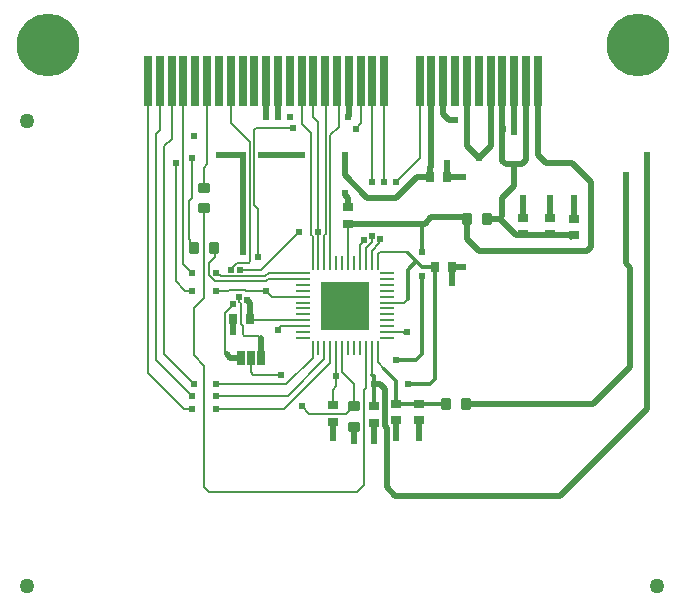
<source format=gtl>
G04*
G04 #@! TF.GenerationSoftware,Altium Limited,Altium Designer,22.9.1 (49)*
G04*
G04 Layer_Physical_Order=1*
G04 Layer_Color=255*
%FSLAX25Y25*%
%MOIN*%
G70*
G04*
G04 #@! TF.SameCoordinates,F39438FC-3B75-4A19-992D-F472731E60C8*
G04*
G04*
G04 #@! TF.FilePolarity,Positive*
G04*
G01*
G75*
%ADD16C,0.01200*%
%ADD17C,0.00800*%
G04:AMPARAMS|DCode=19|XSize=39.37mil|YSize=35.43mil|CornerRadius=4.43mil|HoleSize=0mil|Usage=FLASHONLY|Rotation=270.000|XOffset=0mil|YOffset=0mil|HoleType=Round|Shape=RoundedRectangle|*
%AMROUNDEDRECTD19*
21,1,0.03937,0.02657,0,0,270.0*
21,1,0.03051,0.03543,0,0,270.0*
1,1,0.00886,-0.01329,-0.01526*
1,1,0.00886,-0.01329,0.01526*
1,1,0.00886,0.01329,0.01526*
1,1,0.00886,0.01329,-0.01526*
%
%ADD19ROUNDEDRECTD19*%
%ADD20R,0.02500X0.05000*%
%ADD21O,0.00984X0.04724*%
G04:AMPARAMS|DCode=22|XSize=39.37mil|YSize=35.43mil|CornerRadius=4.43mil|HoleSize=0mil|Usage=FLASHONLY|Rotation=0.000|XOffset=0mil|YOffset=0mil|HoleType=Round|Shape=RoundedRectangle|*
%AMROUNDEDRECTD22*
21,1,0.03937,0.02657,0,0,0.0*
21,1,0.03051,0.03543,0,0,0.0*
1,1,0.00886,0.01526,-0.01329*
1,1,0.00886,-0.01526,-0.01329*
1,1,0.00886,-0.01526,0.01329*
1,1,0.00886,0.01526,0.01329*
%
%ADD22ROUNDEDRECTD22*%
%ADD23O,0.04724X0.00984*%
%ADD24R,0.16142X0.16142*%
%ADD25R,0.03740X0.02953*%
%ADD26R,0.02953X0.03740*%
%ADD42C,0.02400*%
%ADD44C,0.05000*%
%ADD45R,0.02756X0.16535*%
%ADD46R,0.02756X0.16535*%
%ADD47C,0.00600*%
%ADD48C,0.02000*%
%ADD49C,0.20866*%
%ADD50C,0.01400*%
D16*
X449772Y318228D02*
X451500Y316500D01*
X447000Y321000D02*
X449772Y318228D01*
X447000Y305665D02*
Y315457D01*
X449772Y318228D01*
X451500Y287228D02*
Y313500D01*
X456004Y279138D02*
Y316500D01*
X454166Y277301D02*
X456004Y279138D01*
X449772Y285500D02*
X451500Y287228D01*
Y321500D02*
Y330130D01*
X450886Y330744D02*
X451500Y330130D01*
X443000Y285500D02*
X449772D01*
X435719Y277301D02*
Y279918D01*
Y269973D02*
Y277301D01*
X447000D02*
X454166D01*
X450500Y270756D02*
X459654D01*
X443000D02*
X450500D01*
X439000Y282500D02*
X443000Y278500D01*
Y270756D02*
Y278500D01*
X435138Y280500D02*
X435719Y279918D01*
X451500Y316500D02*
X456004D01*
D17*
X379000Y306017D02*
Y336141D01*
X380526Y335175D01*
X375499Y287001D02*
Y302516D01*
X379000Y306017D01*
X375499Y287001D02*
X379000Y283500D01*
X387900Y315609D02*
X390047Y317757D01*
X387900Y315457D02*
Y315609D01*
X390047Y317757D02*
X393987D01*
X417142Y317575D02*
Y364646D01*
X394456Y318225D02*
Y336209D01*
X393987Y317757D02*
X394456Y318225D01*
X395415Y280500D02*
X404752D01*
X394677Y281238D02*
X395415Y280500D01*
X379000Y243000D02*
Y283500D01*
X419504Y327251D02*
Y378340D01*
X419110Y326857D02*
X419504Y327251D01*
X414700Y327047D02*
Y360922D01*
X419110Y317575D02*
Y326857D01*
X414700Y327047D02*
X415173Y326574D01*
Y317575D02*
Y326574D01*
X411516Y364106D02*
X414700Y360922D01*
X394611Y286163D02*
X394677Y286097D01*
Y281238D02*
Y286097D01*
X394256Y336409D02*
Y357880D01*
Y336409D02*
X394456Y336209D01*
X387894Y364243D02*
X394256Y357880D01*
X387894Y364243D02*
Y378454D01*
X428953Y269847D02*
Y277301D01*
X425016Y281238D02*
X428953Y277301D01*
X425016Y281238D02*
Y289425D01*
X394677Y298579D02*
X411925D01*
X440075Y304484D02*
X445819D01*
X447000Y305665D01*
X423047Y279918D02*
Y289425D01*
Y276547D02*
Y279918D01*
X380020Y350520D02*
Y378454D01*
X379000Y349500D02*
X380020Y350520D01*
X435138Y344772D02*
Y378454D01*
X439000Y344772D02*
Y378380D01*
X439075Y378454D01*
X450886Y352657D02*
Y378454D01*
X443000Y344772D02*
X450886Y352657D01*
X364272Y362089D02*
Y378454D01*
X363000Y360817D02*
X364272Y362089D01*
X363000Y285500D02*
Y360817D01*
X365772Y356720D02*
X368209Y359157D01*
Y378454D01*
X365772Y287228D02*
Y356720D01*
Y287228D02*
X375500Y277500D01*
X363000Y285500D02*
X375000Y273500D01*
X360335Y281084D02*
X372418Y269000D01*
X360335Y281084D02*
Y378454D01*
X369500Y311721D02*
Y350847D01*
Y311721D02*
X372800Y308421D01*
X375000D01*
X372146Y317492D02*
Y378454D01*
Y317492D02*
X375138Y314500D01*
X379000Y243000D02*
X380500Y241500D01*
X411516Y364106D02*
Y378454D01*
X415453Y366335D02*
Y378454D01*
Y366335D02*
X417142Y364646D01*
X419390Y378454D02*
X419504Y378340D01*
X421079Y360244D02*
X423835Y363000D01*
X421079Y317575D02*
Y360244D01*
X423835Y363000D02*
Y377946D01*
X423327Y378454D02*
X423835Y377946D01*
X379000Y342834D02*
Y349500D01*
X372418Y269000D02*
X375000D01*
X380500Y241500D02*
X430000D01*
X432278Y243778D01*
Y275500D01*
X432890Y276112D02*
Y289425D01*
X432278Y275500D02*
X432890Y276112D01*
X436827Y284673D02*
Y289425D01*
Y284673D02*
X439000Y282500D01*
X434858Y280780D02*
Y289425D01*
Y280780D02*
X435138Y280500D01*
X445598Y294402D02*
X446260D01*
X445358Y294642D02*
X445598Y294402D01*
X446260D02*
X446500Y294642D01*
X440075D02*
X445358D01*
X404752Y296610D02*
X411925D01*
X403642Y295500D02*
X404752Y296610D01*
X422000Y270256D02*
Y275500D01*
X423047Y276547D01*
X436827Y317575D02*
Y320827D01*
X437500Y321500D02*
X446500D01*
X436827Y320827D02*
X437500Y321500D01*
X426984Y317575D02*
Y330728D01*
X446500Y321500D02*
X447000Y321000D01*
X426984Y330728D02*
X427000Y330744D01*
D19*
X375654Y322669D02*
D03*
X382347D02*
D03*
X466347Y270756D02*
D03*
X459654D02*
D03*
X466653Y332500D02*
D03*
X473347D02*
D03*
D20*
X391368Y286163D02*
D03*
X394611D02*
D03*
X397856D02*
D03*
D21*
X425016Y289425D02*
D03*
X436827Y317575D02*
D03*
X434858D02*
D03*
X432890D02*
D03*
X430921D02*
D03*
X428953D02*
D03*
X426984D02*
D03*
X425016D02*
D03*
X423047D02*
D03*
X421079D02*
D03*
X419110D02*
D03*
X417142D02*
D03*
X415173D02*
D03*
Y289425D02*
D03*
X417142D02*
D03*
X419110D02*
D03*
X421079D02*
D03*
X423047D02*
D03*
X426984D02*
D03*
X428953D02*
D03*
X430921D02*
D03*
X432890D02*
D03*
X434858D02*
D03*
X436827D02*
D03*
D22*
X428953Y269847D02*
D03*
X379000Y342834D02*
D03*
Y336141D02*
D03*
X428953Y263154D02*
D03*
D23*
X440075Y292673D02*
D03*
Y294642D02*
D03*
Y296610D02*
D03*
Y298579D02*
D03*
Y300547D02*
D03*
Y302516D02*
D03*
Y304484D02*
D03*
Y306453D02*
D03*
Y308421D02*
D03*
Y310390D02*
D03*
Y312358D02*
D03*
Y314327D02*
D03*
X411925D02*
D03*
Y312358D02*
D03*
Y310390D02*
D03*
Y308421D02*
D03*
Y306453D02*
D03*
Y304484D02*
D03*
Y302516D02*
D03*
Y300547D02*
D03*
Y298579D02*
D03*
Y296610D02*
D03*
Y294642D02*
D03*
Y292673D02*
D03*
D24*
X426000Y303500D02*
D03*
D25*
X502319Y332500D02*
D03*
Y326988D02*
D03*
X494319Y332756D02*
D03*
Y327244D02*
D03*
X485319Y332756D02*
D03*
Y327244D02*
D03*
X450500Y265244D02*
D03*
Y270756D02*
D03*
X443000Y265244D02*
D03*
Y270756D02*
D03*
X427000Y330744D02*
D03*
Y336256D02*
D03*
X422000Y270256D02*
D03*
Y264744D02*
D03*
X435719Y264462D02*
D03*
Y269973D02*
D03*
D26*
X454365Y346296D02*
D03*
X459877D02*
D03*
X461516Y316500D02*
D03*
X456004D02*
D03*
X388744Y299000D02*
D03*
X394256D02*
D03*
D42*
X375000Y352815D02*
D03*
X383000Y308421D02*
D03*
Y314500D02*
D03*
X419504Y309996D02*
D03*
X423835D02*
D03*
X428165D02*
D03*
X432496D02*
D03*
X419504Y305665D02*
D03*
X423835D02*
D03*
X428165D02*
D03*
X432496D02*
D03*
X419504Y301335D02*
D03*
X423835D02*
D03*
X428165D02*
D03*
X432496D02*
D03*
X419504Y297004D02*
D03*
X423835D02*
D03*
X428165D02*
D03*
X432496D02*
D03*
X461516Y311000D02*
D03*
X459877Y350847D02*
D03*
X443000Y259500D02*
D03*
X435719Y258500D02*
D03*
X428953Y258488D02*
D03*
X422000Y259500D02*
D03*
X482304Y361500D02*
D03*
X450500Y259500D02*
D03*
X478500Y362500D02*
D03*
X427000Y366335D02*
D03*
X454823Y356000D02*
D03*
X526500Y353744D02*
D03*
X470571Y352815D02*
D03*
X408500Y362508D02*
D03*
X411516Y353744D02*
D03*
X443000Y285500D02*
D03*
X426000Y353744D02*
D03*
X429500Y362500D02*
D03*
X375000Y308421D02*
D03*
X403642Y366335D02*
D03*
X443000Y344772D02*
D03*
X399500Y366335D02*
D03*
X451500Y321500D02*
D03*
X407500Y366500D02*
D03*
X369500Y350847D02*
D03*
X435138Y344772D02*
D03*
X439000D02*
D03*
X375499Y360000D02*
D03*
X432278Y325168D02*
D03*
X435719Y277301D02*
D03*
X403642Y295500D02*
D03*
X446500Y294642D02*
D03*
X375138Y314500D02*
D03*
X462500Y365500D02*
D03*
X502319Y339500D02*
D03*
X465362Y346296D02*
D03*
X447000Y277301D02*
D03*
X494319Y339500D02*
D03*
X383000Y277301D02*
D03*
X465362Y316500D02*
D03*
X451500Y313500D02*
D03*
X375000Y269000D02*
D03*
X375500Y277500D02*
D03*
X399500Y308500D02*
D03*
X392156Y321500D02*
D03*
X383000Y273500D02*
D03*
Y268862D02*
D03*
X423047Y279918D02*
D03*
X397856Y353744D02*
D03*
X391956D02*
D03*
X383957D02*
D03*
X519500Y346859D02*
D03*
X426000Y341000D02*
D03*
X437820Y325635D02*
D03*
X434934Y326766D02*
D03*
X485319Y339500D02*
D03*
X375000Y273500D02*
D03*
X388744Y294642D02*
D03*
X393374Y305291D02*
D03*
X396910Y319522D02*
D03*
X387900Y315457D02*
D03*
X391000D02*
D03*
X390500Y306453D02*
D03*
X410500Y328000D02*
D03*
X388720Y303915D02*
D03*
X417000Y328000D02*
D03*
X404752Y280500D02*
D03*
X411516Y269847D02*
D03*
D44*
X320000Y210000D02*
D03*
Y365000D02*
D03*
X530000Y210000D02*
D03*
D45*
X387894Y378454D02*
D03*
X380020D02*
D03*
X399705D02*
D03*
X372146D02*
D03*
X391831D02*
D03*
X383957D02*
D03*
X376083D02*
D03*
X368209D02*
D03*
X395768D02*
D03*
X411516D02*
D03*
X407579D02*
D03*
X403642D02*
D03*
X360335D02*
D03*
X490256D02*
D03*
X486319D02*
D03*
X458760D02*
D03*
X470571D02*
D03*
X482382D02*
D03*
X462697D02*
D03*
X478445D02*
D03*
X474508D02*
D03*
X466634D02*
D03*
X454823D02*
D03*
X450886D02*
D03*
X435138D02*
D03*
X415453D02*
D03*
X431201D02*
D03*
X423327D02*
D03*
X427264D02*
D03*
X439075D02*
D03*
D46*
X364272D02*
D03*
X419390D02*
D03*
D47*
X374000Y338481D02*
X375000Y339481D01*
X374000Y325635D02*
Y338481D01*
X375000Y339481D02*
Y352815D01*
X374000Y325635D02*
X374270Y325365D01*
Y324052D02*
X375654Y322669D01*
X374270Y324052D02*
Y325365D01*
X382504Y319522D02*
Y322511D01*
X382347Y322669D02*
X382504Y322511D01*
X380800Y317818D02*
X382504Y319522D01*
X380800Y313589D02*
Y317818D01*
X380968Y313257D02*
Y313420D01*
X380800Y313589D02*
X380968Y313420D01*
Y313257D02*
X382504Y311721D01*
X399765D01*
X400402Y312358D02*
X411925D01*
X399765Y311721D02*
X400402Y312358D01*
X386966Y308421D02*
X387198Y308653D01*
X383000Y308421D02*
X386966D01*
X383483Y314500D02*
X384727Y313257D01*
X399462D01*
X383000Y314500D02*
X383483D01*
X391082Y315375D02*
X397875D01*
X410500Y328000D01*
X396910Y319522D02*
Y335735D01*
X391000Y315457D02*
X391082Y315375D01*
X390800Y304754D02*
Y306153D01*
X390500Y306453D02*
X390800Y306153D01*
X400532Y314327D02*
X411925D01*
X399462Y313257D02*
X400532Y314327D01*
X388720Y303774D02*
Y303915D01*
X387198Y308653D02*
X392857D01*
X386000Y301055D02*
X388720Y303774D01*
X393009Y308500D02*
X399500D01*
X392857Y308653D02*
X393009Y308500D01*
X390800Y304754D02*
X391220Y304334D01*
Y297275D02*
Y304334D01*
Y297275D02*
X391831Y296665D01*
Y293851D02*
X392182Y293500D01*
X397029D01*
X391831Y293851D02*
Y296665D01*
X397029Y293500D02*
X397856Y292673D01*
X406311Y277301D02*
X415173Y286163D01*
X383000Y277301D02*
X406311D01*
X407000Y273500D02*
X419110Y285610D01*
X383000Y273500D02*
X407000D01*
X383000Y268862D02*
X405606D01*
X421079Y284335D01*
X386000Y287728D02*
X386500Y287228D01*
X386000Y287728D02*
Y301055D01*
X399500Y308500D02*
X401547Y306453D01*
X411925D01*
X411516Y269847D02*
X413862Y267500D01*
X426409D02*
X428756Y269847D01*
X413862Y267500D02*
X426409D01*
X428756Y269847D02*
X428953D01*
X419110Y285610D02*
Y289425D01*
X421079Y284335D02*
Y289425D01*
X415173Y286163D02*
Y289425D01*
X395656Y336989D02*
Y361977D01*
Y336989D02*
X396910Y335735D01*
X395656Y361977D02*
X396187Y362508D01*
X408500D01*
X429500Y362500D02*
X431201Y364201D01*
Y378454D01*
X437480Y324205D02*
Y325295D01*
X437820Y325635D01*
X434858Y321583D02*
X437480Y324205D01*
X434858Y317575D02*
Y321583D01*
X430921Y323555D02*
X432278Y324911D01*
X432890Y322669D02*
X434887Y324666D01*
X432278Y324911D02*
Y325168D01*
X434887Y324666D02*
Y326719D01*
X434934Y326766D01*
X430921Y317575D02*
Y323555D01*
X432890Y317575D02*
Y322669D01*
D48*
X393374Y305183D02*
Y305291D01*
X394256Y299000D02*
Y304301D01*
X393374Y305183D02*
X394256Y304301D01*
X397856Y286163D02*
Y292673D01*
X387565Y286163D02*
X391368D01*
X386500Y287228D02*
X387565Y286163D01*
X388744Y294642D02*
Y299000D01*
X392032Y353636D02*
X392141Y353744D01*
X392032Y353559D02*
Y353636D01*
Y353559D02*
X392156Y353436D01*
Y321500D02*
Y353436D01*
X383957Y353744D02*
X392156D01*
X397856D02*
X411516D01*
X470571Y352815D02*
X474508Y356752D01*
Y378454D01*
X519500Y317510D02*
Y346859D01*
X520892Y282892D02*
Y316118D01*
X508756Y270756D02*
X520892Y282892D01*
X519500Y317510D02*
X520892Y316118D01*
X460638Y365500D02*
X462500D01*
X458760Y367378D02*
X460638Y365500D01*
X458760Y367378D02*
Y378454D01*
X427000Y366335D02*
X427264Y366599D01*
Y378454D01*
X399500Y366335D02*
Y366500D01*
X399705Y366705D02*
Y378454D01*
X399500Y366500D02*
X399705Y366705D01*
X403642Y366335D02*
Y378454D01*
X490256Y353744D02*
X493000Y351000D01*
X490256Y353744D02*
Y378454D01*
X482343Y361539D02*
Y378415D01*
X483012Y326988D02*
X501925D01*
X484992Y350520D02*
X486319Y351847D01*
X482304Y361500D02*
X482343Y361539D01*
X478445Y351691D02*
Y378454D01*
X501437Y326500D02*
X501925Y326988D01*
X486319Y351847D02*
Y378454D01*
X482304Y350520D02*
X484992D01*
X482343Y378415D02*
X482382Y378454D01*
X426000Y340484D02*
X426984Y339500D01*
X426000Y340484D02*
Y341000D01*
X426984Y336272D02*
Y339500D01*
Y336272D02*
X427000Y336256D01*
X450886Y330744D02*
X452579D01*
X427000D02*
X450886D01*
X394256Y299000D02*
X394677Y298579D01*
X426000Y346859D02*
Y353744D01*
Y346859D02*
X433372Y339487D01*
X449889Y346296D02*
X454365D01*
X443081Y339487D02*
X449889Y346296D01*
X433372Y339487D02*
X443081D01*
X435719Y277301D02*
X437558D01*
X439290Y275569D01*
Y263204D02*
X439828Y262665D01*
Y242950D02*
Y262665D01*
Y242950D02*
X442778Y240000D01*
X439290Y263204D02*
Y275569D01*
X442778Y240000D02*
X497500D01*
X526500Y269000D02*
Y353744D01*
X497500Y240000D02*
X526500Y269000D01*
X466347Y270756D02*
X508756D01*
X454823Y356000D02*
Y378454D01*
Y350157D02*
Y356000D01*
X459877Y346296D02*
Y350847D01*
X466634Y356752D02*
Y378454D01*
Y356752D02*
X470571Y352815D01*
X459877Y346296D02*
X465362D01*
X466653Y325501D02*
X470571Y321583D01*
X461516Y316500D02*
X465362D01*
X454823Y332988D02*
X466165D01*
X466653Y325501D02*
Y332500D01*
X466165Y332988D02*
X466653Y332500D01*
X452579Y330744D02*
X454823Y332988D01*
X473347Y332500D02*
X477500D01*
X478445Y333445D02*
Y339500D01*
X477500Y332500D02*
X478445Y333445D01*
X477500Y332500D02*
X483012Y326988D01*
X479616Y350520D02*
X482304D01*
Y343359D02*
Y350520D01*
X478445Y339500D02*
X482304Y343359D01*
X478445Y351691D02*
X479616Y350520D01*
X493000Y351000D02*
X501772D01*
X508000Y344772D01*
Y323000D02*
Y344772D01*
X470571Y321583D02*
X506583D01*
X508000Y323000D01*
X501925Y326988D02*
X502319D01*
Y332500D02*
Y339500D01*
X494319Y332756D02*
Y339500D01*
X485319Y332756D02*
Y339500D01*
X461516Y311000D02*
Y316500D01*
X454166Y346495D02*
Y349500D01*
Y346495D02*
X454365Y346296D01*
X454166Y349500D02*
X454823Y350157D01*
X450500Y259500D02*
Y265244D01*
X443000Y259500D02*
Y265244D01*
X435719Y258500D02*
Y264462D01*
X428953Y258488D02*
Y263154D01*
X422000Y259500D02*
Y264744D01*
D49*
X326870Y390265D02*
D03*
X523721D02*
D03*
D50*
X332683Y384452D02*
D03*
X335091Y390265D02*
D03*
X332683Y396078D02*
D03*
X326870Y398486D02*
D03*
D03*
X321057Y396078D02*
D03*
X318649Y390265D02*
D03*
X321057Y384452D02*
D03*
X326870Y382045D02*
D03*
X529533Y384452D02*
D03*
X531941Y390265D02*
D03*
X529533Y396078D02*
D03*
X523721Y398486D02*
D03*
D03*
X517907Y396078D02*
D03*
X515500Y390265D02*
D03*
X517907Y384452D02*
D03*
X523721Y382045D02*
D03*
M02*

</source>
